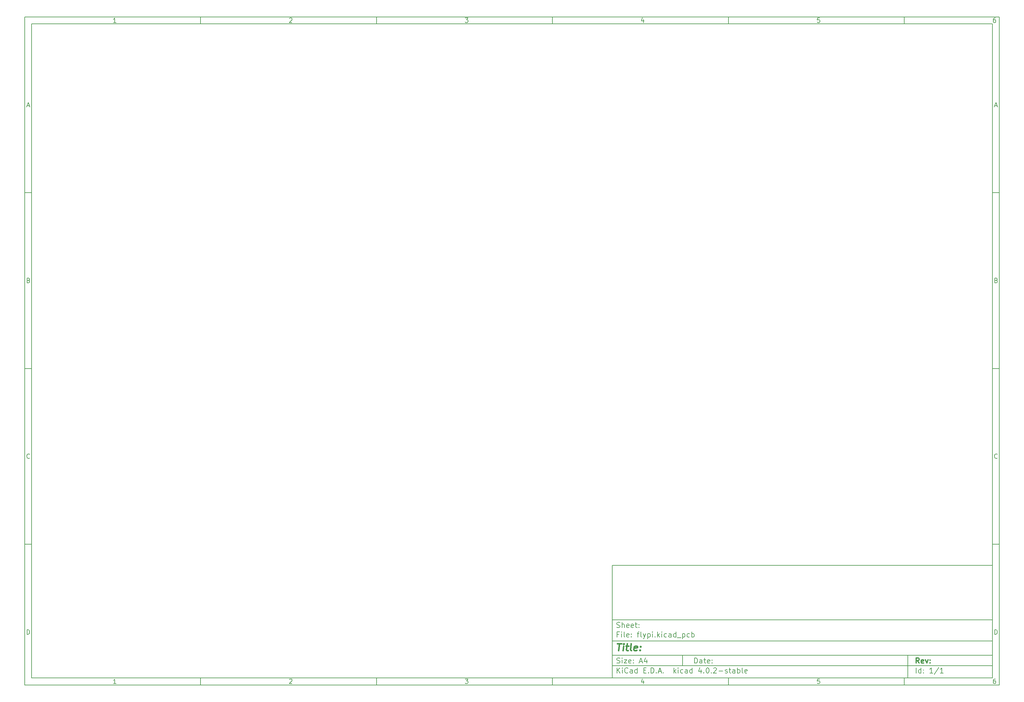
<source format=gbr>
G04 #@! TF.FileFunction,Drawing*
%FSLAX46Y46*%
G04 Gerber Fmt 4.6, Leading zero omitted, Abs format (unit mm)*
G04 Created by KiCad (PCBNEW 4.0.2-stable) date 08/03/2018 17:23:02*
%MOMM*%
G01*
G04 APERTURE LIST*
%ADD10C,0.100000*%
%ADD11C,0.150000*%
%ADD12C,0.300000*%
%ADD13C,0.400000*%
G04 APERTURE END LIST*
D10*
D11*
X177002200Y-166007200D02*
X177002200Y-198007200D01*
X285002200Y-198007200D01*
X285002200Y-166007200D01*
X177002200Y-166007200D01*
D10*
D11*
X10000000Y-10000000D02*
X10000000Y-200007200D01*
X287002200Y-200007200D01*
X287002200Y-10000000D01*
X10000000Y-10000000D01*
D10*
D11*
X12000000Y-12000000D02*
X12000000Y-198007200D01*
X285002200Y-198007200D01*
X285002200Y-12000000D01*
X12000000Y-12000000D01*
D10*
D11*
X60000000Y-12000000D02*
X60000000Y-10000000D01*
D10*
D11*
X110000000Y-12000000D02*
X110000000Y-10000000D01*
D10*
D11*
X160000000Y-12000000D02*
X160000000Y-10000000D01*
D10*
D11*
X210000000Y-12000000D02*
X210000000Y-10000000D01*
D10*
D11*
X260000000Y-12000000D02*
X260000000Y-10000000D01*
D10*
D11*
X35990476Y-11588095D02*
X35247619Y-11588095D01*
X35619048Y-11588095D02*
X35619048Y-10288095D01*
X35495238Y-10473810D01*
X35371429Y-10597619D01*
X35247619Y-10659524D01*
D10*
D11*
X85247619Y-10411905D02*
X85309524Y-10350000D01*
X85433333Y-10288095D01*
X85742857Y-10288095D01*
X85866667Y-10350000D01*
X85928571Y-10411905D01*
X85990476Y-10535714D01*
X85990476Y-10659524D01*
X85928571Y-10845238D01*
X85185714Y-11588095D01*
X85990476Y-11588095D01*
D10*
D11*
X135185714Y-10288095D02*
X135990476Y-10288095D01*
X135557143Y-10783333D01*
X135742857Y-10783333D01*
X135866667Y-10845238D01*
X135928571Y-10907143D01*
X135990476Y-11030952D01*
X135990476Y-11340476D01*
X135928571Y-11464286D01*
X135866667Y-11526190D01*
X135742857Y-11588095D01*
X135371429Y-11588095D01*
X135247619Y-11526190D01*
X135185714Y-11464286D01*
D10*
D11*
X185866667Y-10721429D02*
X185866667Y-11588095D01*
X185557143Y-10226190D02*
X185247619Y-11154762D01*
X186052381Y-11154762D01*
D10*
D11*
X235928571Y-10288095D02*
X235309524Y-10288095D01*
X235247619Y-10907143D01*
X235309524Y-10845238D01*
X235433333Y-10783333D01*
X235742857Y-10783333D01*
X235866667Y-10845238D01*
X235928571Y-10907143D01*
X235990476Y-11030952D01*
X235990476Y-11340476D01*
X235928571Y-11464286D01*
X235866667Y-11526190D01*
X235742857Y-11588095D01*
X235433333Y-11588095D01*
X235309524Y-11526190D01*
X235247619Y-11464286D01*
D10*
D11*
X285866667Y-10288095D02*
X285619048Y-10288095D01*
X285495238Y-10350000D01*
X285433333Y-10411905D01*
X285309524Y-10597619D01*
X285247619Y-10845238D01*
X285247619Y-11340476D01*
X285309524Y-11464286D01*
X285371429Y-11526190D01*
X285495238Y-11588095D01*
X285742857Y-11588095D01*
X285866667Y-11526190D01*
X285928571Y-11464286D01*
X285990476Y-11340476D01*
X285990476Y-11030952D01*
X285928571Y-10907143D01*
X285866667Y-10845238D01*
X285742857Y-10783333D01*
X285495238Y-10783333D01*
X285371429Y-10845238D01*
X285309524Y-10907143D01*
X285247619Y-11030952D01*
D10*
D11*
X60000000Y-198007200D02*
X60000000Y-200007200D01*
D10*
D11*
X110000000Y-198007200D02*
X110000000Y-200007200D01*
D10*
D11*
X160000000Y-198007200D02*
X160000000Y-200007200D01*
D10*
D11*
X210000000Y-198007200D02*
X210000000Y-200007200D01*
D10*
D11*
X260000000Y-198007200D02*
X260000000Y-200007200D01*
D10*
D11*
X35990476Y-199595295D02*
X35247619Y-199595295D01*
X35619048Y-199595295D02*
X35619048Y-198295295D01*
X35495238Y-198481010D01*
X35371429Y-198604819D01*
X35247619Y-198666724D01*
D10*
D11*
X85247619Y-198419105D02*
X85309524Y-198357200D01*
X85433333Y-198295295D01*
X85742857Y-198295295D01*
X85866667Y-198357200D01*
X85928571Y-198419105D01*
X85990476Y-198542914D01*
X85990476Y-198666724D01*
X85928571Y-198852438D01*
X85185714Y-199595295D01*
X85990476Y-199595295D01*
D10*
D11*
X135185714Y-198295295D02*
X135990476Y-198295295D01*
X135557143Y-198790533D01*
X135742857Y-198790533D01*
X135866667Y-198852438D01*
X135928571Y-198914343D01*
X135990476Y-199038152D01*
X135990476Y-199347676D01*
X135928571Y-199471486D01*
X135866667Y-199533390D01*
X135742857Y-199595295D01*
X135371429Y-199595295D01*
X135247619Y-199533390D01*
X135185714Y-199471486D01*
D10*
D11*
X185866667Y-198728629D02*
X185866667Y-199595295D01*
X185557143Y-198233390D02*
X185247619Y-199161962D01*
X186052381Y-199161962D01*
D10*
D11*
X235928571Y-198295295D02*
X235309524Y-198295295D01*
X235247619Y-198914343D01*
X235309524Y-198852438D01*
X235433333Y-198790533D01*
X235742857Y-198790533D01*
X235866667Y-198852438D01*
X235928571Y-198914343D01*
X235990476Y-199038152D01*
X235990476Y-199347676D01*
X235928571Y-199471486D01*
X235866667Y-199533390D01*
X235742857Y-199595295D01*
X235433333Y-199595295D01*
X235309524Y-199533390D01*
X235247619Y-199471486D01*
D10*
D11*
X285866667Y-198295295D02*
X285619048Y-198295295D01*
X285495238Y-198357200D01*
X285433333Y-198419105D01*
X285309524Y-198604819D01*
X285247619Y-198852438D01*
X285247619Y-199347676D01*
X285309524Y-199471486D01*
X285371429Y-199533390D01*
X285495238Y-199595295D01*
X285742857Y-199595295D01*
X285866667Y-199533390D01*
X285928571Y-199471486D01*
X285990476Y-199347676D01*
X285990476Y-199038152D01*
X285928571Y-198914343D01*
X285866667Y-198852438D01*
X285742857Y-198790533D01*
X285495238Y-198790533D01*
X285371429Y-198852438D01*
X285309524Y-198914343D01*
X285247619Y-199038152D01*
D10*
D11*
X10000000Y-60000000D02*
X12000000Y-60000000D01*
D10*
D11*
X10000000Y-110000000D02*
X12000000Y-110000000D01*
D10*
D11*
X10000000Y-160000000D02*
X12000000Y-160000000D01*
D10*
D11*
X10690476Y-35216667D02*
X11309524Y-35216667D01*
X10566667Y-35588095D02*
X11000000Y-34288095D01*
X11433333Y-35588095D01*
D10*
D11*
X11092857Y-84907143D02*
X11278571Y-84969048D01*
X11340476Y-85030952D01*
X11402381Y-85154762D01*
X11402381Y-85340476D01*
X11340476Y-85464286D01*
X11278571Y-85526190D01*
X11154762Y-85588095D01*
X10659524Y-85588095D01*
X10659524Y-84288095D01*
X11092857Y-84288095D01*
X11216667Y-84350000D01*
X11278571Y-84411905D01*
X11340476Y-84535714D01*
X11340476Y-84659524D01*
X11278571Y-84783333D01*
X11216667Y-84845238D01*
X11092857Y-84907143D01*
X10659524Y-84907143D01*
D10*
D11*
X11402381Y-135464286D02*
X11340476Y-135526190D01*
X11154762Y-135588095D01*
X11030952Y-135588095D01*
X10845238Y-135526190D01*
X10721429Y-135402381D01*
X10659524Y-135278571D01*
X10597619Y-135030952D01*
X10597619Y-134845238D01*
X10659524Y-134597619D01*
X10721429Y-134473810D01*
X10845238Y-134350000D01*
X11030952Y-134288095D01*
X11154762Y-134288095D01*
X11340476Y-134350000D01*
X11402381Y-134411905D01*
D10*
D11*
X10659524Y-185588095D02*
X10659524Y-184288095D01*
X10969048Y-184288095D01*
X11154762Y-184350000D01*
X11278571Y-184473810D01*
X11340476Y-184597619D01*
X11402381Y-184845238D01*
X11402381Y-185030952D01*
X11340476Y-185278571D01*
X11278571Y-185402381D01*
X11154762Y-185526190D01*
X10969048Y-185588095D01*
X10659524Y-185588095D01*
D10*
D11*
X287002200Y-60000000D02*
X285002200Y-60000000D01*
D10*
D11*
X287002200Y-110000000D02*
X285002200Y-110000000D01*
D10*
D11*
X287002200Y-160000000D02*
X285002200Y-160000000D01*
D10*
D11*
X285692676Y-35216667D02*
X286311724Y-35216667D01*
X285568867Y-35588095D02*
X286002200Y-34288095D01*
X286435533Y-35588095D01*
D10*
D11*
X286095057Y-84907143D02*
X286280771Y-84969048D01*
X286342676Y-85030952D01*
X286404581Y-85154762D01*
X286404581Y-85340476D01*
X286342676Y-85464286D01*
X286280771Y-85526190D01*
X286156962Y-85588095D01*
X285661724Y-85588095D01*
X285661724Y-84288095D01*
X286095057Y-84288095D01*
X286218867Y-84350000D01*
X286280771Y-84411905D01*
X286342676Y-84535714D01*
X286342676Y-84659524D01*
X286280771Y-84783333D01*
X286218867Y-84845238D01*
X286095057Y-84907143D01*
X285661724Y-84907143D01*
D10*
D11*
X286404581Y-135464286D02*
X286342676Y-135526190D01*
X286156962Y-135588095D01*
X286033152Y-135588095D01*
X285847438Y-135526190D01*
X285723629Y-135402381D01*
X285661724Y-135278571D01*
X285599819Y-135030952D01*
X285599819Y-134845238D01*
X285661724Y-134597619D01*
X285723629Y-134473810D01*
X285847438Y-134350000D01*
X286033152Y-134288095D01*
X286156962Y-134288095D01*
X286342676Y-134350000D01*
X286404581Y-134411905D01*
D10*
D11*
X285661724Y-185588095D02*
X285661724Y-184288095D01*
X285971248Y-184288095D01*
X286156962Y-184350000D01*
X286280771Y-184473810D01*
X286342676Y-184597619D01*
X286404581Y-184845238D01*
X286404581Y-185030952D01*
X286342676Y-185278571D01*
X286280771Y-185402381D01*
X286156962Y-185526190D01*
X285971248Y-185588095D01*
X285661724Y-185588095D01*
D10*
D11*
X200359343Y-193785771D02*
X200359343Y-192285771D01*
X200716486Y-192285771D01*
X200930771Y-192357200D01*
X201073629Y-192500057D01*
X201145057Y-192642914D01*
X201216486Y-192928629D01*
X201216486Y-193142914D01*
X201145057Y-193428629D01*
X201073629Y-193571486D01*
X200930771Y-193714343D01*
X200716486Y-193785771D01*
X200359343Y-193785771D01*
X202502200Y-193785771D02*
X202502200Y-193000057D01*
X202430771Y-192857200D01*
X202287914Y-192785771D01*
X202002200Y-192785771D01*
X201859343Y-192857200D01*
X202502200Y-193714343D02*
X202359343Y-193785771D01*
X202002200Y-193785771D01*
X201859343Y-193714343D01*
X201787914Y-193571486D01*
X201787914Y-193428629D01*
X201859343Y-193285771D01*
X202002200Y-193214343D01*
X202359343Y-193214343D01*
X202502200Y-193142914D01*
X203002200Y-192785771D02*
X203573629Y-192785771D01*
X203216486Y-192285771D02*
X203216486Y-193571486D01*
X203287914Y-193714343D01*
X203430772Y-193785771D01*
X203573629Y-193785771D01*
X204645057Y-193714343D02*
X204502200Y-193785771D01*
X204216486Y-193785771D01*
X204073629Y-193714343D01*
X204002200Y-193571486D01*
X204002200Y-193000057D01*
X204073629Y-192857200D01*
X204216486Y-192785771D01*
X204502200Y-192785771D01*
X204645057Y-192857200D01*
X204716486Y-193000057D01*
X204716486Y-193142914D01*
X204002200Y-193285771D01*
X205359343Y-193642914D02*
X205430771Y-193714343D01*
X205359343Y-193785771D01*
X205287914Y-193714343D01*
X205359343Y-193642914D01*
X205359343Y-193785771D01*
X205359343Y-192857200D02*
X205430771Y-192928629D01*
X205359343Y-193000057D01*
X205287914Y-192928629D01*
X205359343Y-192857200D01*
X205359343Y-193000057D01*
D10*
D11*
X177002200Y-194507200D02*
X285002200Y-194507200D01*
D10*
D11*
X178359343Y-196585771D02*
X178359343Y-195085771D01*
X179216486Y-196585771D02*
X178573629Y-195728629D01*
X179216486Y-195085771D02*
X178359343Y-195942914D01*
X179859343Y-196585771D02*
X179859343Y-195585771D01*
X179859343Y-195085771D02*
X179787914Y-195157200D01*
X179859343Y-195228629D01*
X179930771Y-195157200D01*
X179859343Y-195085771D01*
X179859343Y-195228629D01*
X181430772Y-196442914D02*
X181359343Y-196514343D01*
X181145057Y-196585771D01*
X181002200Y-196585771D01*
X180787915Y-196514343D01*
X180645057Y-196371486D01*
X180573629Y-196228629D01*
X180502200Y-195942914D01*
X180502200Y-195728629D01*
X180573629Y-195442914D01*
X180645057Y-195300057D01*
X180787915Y-195157200D01*
X181002200Y-195085771D01*
X181145057Y-195085771D01*
X181359343Y-195157200D01*
X181430772Y-195228629D01*
X182716486Y-196585771D02*
X182716486Y-195800057D01*
X182645057Y-195657200D01*
X182502200Y-195585771D01*
X182216486Y-195585771D01*
X182073629Y-195657200D01*
X182716486Y-196514343D02*
X182573629Y-196585771D01*
X182216486Y-196585771D01*
X182073629Y-196514343D01*
X182002200Y-196371486D01*
X182002200Y-196228629D01*
X182073629Y-196085771D01*
X182216486Y-196014343D01*
X182573629Y-196014343D01*
X182716486Y-195942914D01*
X184073629Y-196585771D02*
X184073629Y-195085771D01*
X184073629Y-196514343D02*
X183930772Y-196585771D01*
X183645058Y-196585771D01*
X183502200Y-196514343D01*
X183430772Y-196442914D01*
X183359343Y-196300057D01*
X183359343Y-195871486D01*
X183430772Y-195728629D01*
X183502200Y-195657200D01*
X183645058Y-195585771D01*
X183930772Y-195585771D01*
X184073629Y-195657200D01*
X185930772Y-195800057D02*
X186430772Y-195800057D01*
X186645058Y-196585771D02*
X185930772Y-196585771D01*
X185930772Y-195085771D01*
X186645058Y-195085771D01*
X187287915Y-196442914D02*
X187359343Y-196514343D01*
X187287915Y-196585771D01*
X187216486Y-196514343D01*
X187287915Y-196442914D01*
X187287915Y-196585771D01*
X188002201Y-196585771D02*
X188002201Y-195085771D01*
X188359344Y-195085771D01*
X188573629Y-195157200D01*
X188716487Y-195300057D01*
X188787915Y-195442914D01*
X188859344Y-195728629D01*
X188859344Y-195942914D01*
X188787915Y-196228629D01*
X188716487Y-196371486D01*
X188573629Y-196514343D01*
X188359344Y-196585771D01*
X188002201Y-196585771D01*
X189502201Y-196442914D02*
X189573629Y-196514343D01*
X189502201Y-196585771D01*
X189430772Y-196514343D01*
X189502201Y-196442914D01*
X189502201Y-196585771D01*
X190145058Y-196157200D02*
X190859344Y-196157200D01*
X190002201Y-196585771D02*
X190502201Y-195085771D01*
X191002201Y-196585771D01*
X191502201Y-196442914D02*
X191573629Y-196514343D01*
X191502201Y-196585771D01*
X191430772Y-196514343D01*
X191502201Y-196442914D01*
X191502201Y-196585771D01*
X194502201Y-196585771D02*
X194502201Y-195085771D01*
X194645058Y-196014343D02*
X195073629Y-196585771D01*
X195073629Y-195585771D02*
X194502201Y-196157200D01*
X195716487Y-196585771D02*
X195716487Y-195585771D01*
X195716487Y-195085771D02*
X195645058Y-195157200D01*
X195716487Y-195228629D01*
X195787915Y-195157200D01*
X195716487Y-195085771D01*
X195716487Y-195228629D01*
X197073630Y-196514343D02*
X196930773Y-196585771D01*
X196645059Y-196585771D01*
X196502201Y-196514343D01*
X196430773Y-196442914D01*
X196359344Y-196300057D01*
X196359344Y-195871486D01*
X196430773Y-195728629D01*
X196502201Y-195657200D01*
X196645059Y-195585771D01*
X196930773Y-195585771D01*
X197073630Y-195657200D01*
X198359344Y-196585771D02*
X198359344Y-195800057D01*
X198287915Y-195657200D01*
X198145058Y-195585771D01*
X197859344Y-195585771D01*
X197716487Y-195657200D01*
X198359344Y-196514343D02*
X198216487Y-196585771D01*
X197859344Y-196585771D01*
X197716487Y-196514343D01*
X197645058Y-196371486D01*
X197645058Y-196228629D01*
X197716487Y-196085771D01*
X197859344Y-196014343D01*
X198216487Y-196014343D01*
X198359344Y-195942914D01*
X199716487Y-196585771D02*
X199716487Y-195085771D01*
X199716487Y-196514343D02*
X199573630Y-196585771D01*
X199287916Y-196585771D01*
X199145058Y-196514343D01*
X199073630Y-196442914D01*
X199002201Y-196300057D01*
X199002201Y-195871486D01*
X199073630Y-195728629D01*
X199145058Y-195657200D01*
X199287916Y-195585771D01*
X199573630Y-195585771D01*
X199716487Y-195657200D01*
X202216487Y-195585771D02*
X202216487Y-196585771D01*
X201859344Y-195014343D02*
X201502201Y-196085771D01*
X202430773Y-196085771D01*
X203002201Y-196442914D02*
X203073629Y-196514343D01*
X203002201Y-196585771D01*
X202930772Y-196514343D01*
X203002201Y-196442914D01*
X203002201Y-196585771D01*
X204002201Y-195085771D02*
X204145058Y-195085771D01*
X204287915Y-195157200D01*
X204359344Y-195228629D01*
X204430773Y-195371486D01*
X204502201Y-195657200D01*
X204502201Y-196014343D01*
X204430773Y-196300057D01*
X204359344Y-196442914D01*
X204287915Y-196514343D01*
X204145058Y-196585771D01*
X204002201Y-196585771D01*
X203859344Y-196514343D01*
X203787915Y-196442914D01*
X203716487Y-196300057D01*
X203645058Y-196014343D01*
X203645058Y-195657200D01*
X203716487Y-195371486D01*
X203787915Y-195228629D01*
X203859344Y-195157200D01*
X204002201Y-195085771D01*
X205145058Y-196442914D02*
X205216486Y-196514343D01*
X205145058Y-196585771D01*
X205073629Y-196514343D01*
X205145058Y-196442914D01*
X205145058Y-196585771D01*
X205787915Y-195228629D02*
X205859344Y-195157200D01*
X206002201Y-195085771D01*
X206359344Y-195085771D01*
X206502201Y-195157200D01*
X206573630Y-195228629D01*
X206645058Y-195371486D01*
X206645058Y-195514343D01*
X206573630Y-195728629D01*
X205716487Y-196585771D01*
X206645058Y-196585771D01*
X207287915Y-196014343D02*
X208430772Y-196014343D01*
X209073629Y-196514343D02*
X209216486Y-196585771D01*
X209502201Y-196585771D01*
X209645058Y-196514343D01*
X209716486Y-196371486D01*
X209716486Y-196300057D01*
X209645058Y-196157200D01*
X209502201Y-196085771D01*
X209287915Y-196085771D01*
X209145058Y-196014343D01*
X209073629Y-195871486D01*
X209073629Y-195800057D01*
X209145058Y-195657200D01*
X209287915Y-195585771D01*
X209502201Y-195585771D01*
X209645058Y-195657200D01*
X210145058Y-195585771D02*
X210716487Y-195585771D01*
X210359344Y-195085771D02*
X210359344Y-196371486D01*
X210430772Y-196514343D01*
X210573630Y-196585771D01*
X210716487Y-196585771D01*
X211859344Y-196585771D02*
X211859344Y-195800057D01*
X211787915Y-195657200D01*
X211645058Y-195585771D01*
X211359344Y-195585771D01*
X211216487Y-195657200D01*
X211859344Y-196514343D02*
X211716487Y-196585771D01*
X211359344Y-196585771D01*
X211216487Y-196514343D01*
X211145058Y-196371486D01*
X211145058Y-196228629D01*
X211216487Y-196085771D01*
X211359344Y-196014343D01*
X211716487Y-196014343D01*
X211859344Y-195942914D01*
X212573630Y-196585771D02*
X212573630Y-195085771D01*
X212573630Y-195657200D02*
X212716487Y-195585771D01*
X213002201Y-195585771D01*
X213145058Y-195657200D01*
X213216487Y-195728629D01*
X213287916Y-195871486D01*
X213287916Y-196300057D01*
X213216487Y-196442914D01*
X213145058Y-196514343D01*
X213002201Y-196585771D01*
X212716487Y-196585771D01*
X212573630Y-196514343D01*
X214145059Y-196585771D02*
X214002201Y-196514343D01*
X213930773Y-196371486D01*
X213930773Y-195085771D01*
X215287915Y-196514343D02*
X215145058Y-196585771D01*
X214859344Y-196585771D01*
X214716487Y-196514343D01*
X214645058Y-196371486D01*
X214645058Y-195800057D01*
X214716487Y-195657200D01*
X214859344Y-195585771D01*
X215145058Y-195585771D01*
X215287915Y-195657200D01*
X215359344Y-195800057D01*
X215359344Y-195942914D01*
X214645058Y-196085771D01*
D10*
D11*
X177002200Y-191507200D02*
X285002200Y-191507200D01*
D10*
D12*
X264216486Y-193785771D02*
X263716486Y-193071486D01*
X263359343Y-193785771D02*
X263359343Y-192285771D01*
X263930771Y-192285771D01*
X264073629Y-192357200D01*
X264145057Y-192428629D01*
X264216486Y-192571486D01*
X264216486Y-192785771D01*
X264145057Y-192928629D01*
X264073629Y-193000057D01*
X263930771Y-193071486D01*
X263359343Y-193071486D01*
X265430771Y-193714343D02*
X265287914Y-193785771D01*
X265002200Y-193785771D01*
X264859343Y-193714343D01*
X264787914Y-193571486D01*
X264787914Y-193000057D01*
X264859343Y-192857200D01*
X265002200Y-192785771D01*
X265287914Y-192785771D01*
X265430771Y-192857200D01*
X265502200Y-193000057D01*
X265502200Y-193142914D01*
X264787914Y-193285771D01*
X266002200Y-192785771D02*
X266359343Y-193785771D01*
X266716485Y-192785771D01*
X267287914Y-193642914D02*
X267359342Y-193714343D01*
X267287914Y-193785771D01*
X267216485Y-193714343D01*
X267287914Y-193642914D01*
X267287914Y-193785771D01*
X267287914Y-192857200D02*
X267359342Y-192928629D01*
X267287914Y-193000057D01*
X267216485Y-192928629D01*
X267287914Y-192857200D01*
X267287914Y-193000057D01*
D10*
D11*
X178287914Y-193714343D02*
X178502200Y-193785771D01*
X178859343Y-193785771D01*
X179002200Y-193714343D01*
X179073629Y-193642914D01*
X179145057Y-193500057D01*
X179145057Y-193357200D01*
X179073629Y-193214343D01*
X179002200Y-193142914D01*
X178859343Y-193071486D01*
X178573629Y-193000057D01*
X178430771Y-192928629D01*
X178359343Y-192857200D01*
X178287914Y-192714343D01*
X178287914Y-192571486D01*
X178359343Y-192428629D01*
X178430771Y-192357200D01*
X178573629Y-192285771D01*
X178930771Y-192285771D01*
X179145057Y-192357200D01*
X179787914Y-193785771D02*
X179787914Y-192785771D01*
X179787914Y-192285771D02*
X179716485Y-192357200D01*
X179787914Y-192428629D01*
X179859342Y-192357200D01*
X179787914Y-192285771D01*
X179787914Y-192428629D01*
X180359343Y-192785771D02*
X181145057Y-192785771D01*
X180359343Y-193785771D01*
X181145057Y-193785771D01*
X182287914Y-193714343D02*
X182145057Y-193785771D01*
X181859343Y-193785771D01*
X181716486Y-193714343D01*
X181645057Y-193571486D01*
X181645057Y-193000057D01*
X181716486Y-192857200D01*
X181859343Y-192785771D01*
X182145057Y-192785771D01*
X182287914Y-192857200D01*
X182359343Y-193000057D01*
X182359343Y-193142914D01*
X181645057Y-193285771D01*
X183002200Y-193642914D02*
X183073628Y-193714343D01*
X183002200Y-193785771D01*
X182930771Y-193714343D01*
X183002200Y-193642914D01*
X183002200Y-193785771D01*
X183002200Y-192857200D02*
X183073628Y-192928629D01*
X183002200Y-193000057D01*
X182930771Y-192928629D01*
X183002200Y-192857200D01*
X183002200Y-193000057D01*
X184787914Y-193357200D02*
X185502200Y-193357200D01*
X184645057Y-193785771D02*
X185145057Y-192285771D01*
X185645057Y-193785771D01*
X186787914Y-192785771D02*
X186787914Y-193785771D01*
X186430771Y-192214343D02*
X186073628Y-193285771D01*
X187002200Y-193285771D01*
D10*
D11*
X263359343Y-196585771D02*
X263359343Y-195085771D01*
X264716486Y-196585771D02*
X264716486Y-195085771D01*
X264716486Y-196514343D02*
X264573629Y-196585771D01*
X264287915Y-196585771D01*
X264145057Y-196514343D01*
X264073629Y-196442914D01*
X264002200Y-196300057D01*
X264002200Y-195871486D01*
X264073629Y-195728629D01*
X264145057Y-195657200D01*
X264287915Y-195585771D01*
X264573629Y-195585771D01*
X264716486Y-195657200D01*
X265430772Y-196442914D02*
X265502200Y-196514343D01*
X265430772Y-196585771D01*
X265359343Y-196514343D01*
X265430772Y-196442914D01*
X265430772Y-196585771D01*
X265430772Y-195657200D02*
X265502200Y-195728629D01*
X265430772Y-195800057D01*
X265359343Y-195728629D01*
X265430772Y-195657200D01*
X265430772Y-195800057D01*
X268073629Y-196585771D02*
X267216486Y-196585771D01*
X267645058Y-196585771D02*
X267645058Y-195085771D01*
X267502201Y-195300057D01*
X267359343Y-195442914D01*
X267216486Y-195514343D01*
X269787914Y-195014343D02*
X268502200Y-196942914D01*
X271073629Y-196585771D02*
X270216486Y-196585771D01*
X270645058Y-196585771D02*
X270645058Y-195085771D01*
X270502201Y-195300057D01*
X270359343Y-195442914D01*
X270216486Y-195514343D01*
D10*
D11*
X177002200Y-187507200D02*
X285002200Y-187507200D01*
D10*
D13*
X178454581Y-188211962D02*
X179597438Y-188211962D01*
X178776010Y-190211962D02*
X179026010Y-188211962D01*
X180014105Y-190211962D02*
X180180771Y-188878629D01*
X180264105Y-188211962D02*
X180156962Y-188307200D01*
X180240295Y-188402438D01*
X180347439Y-188307200D01*
X180264105Y-188211962D01*
X180240295Y-188402438D01*
X180847438Y-188878629D02*
X181609343Y-188878629D01*
X181216486Y-188211962D02*
X181002200Y-189926248D01*
X181073630Y-190116724D01*
X181252201Y-190211962D01*
X181442677Y-190211962D01*
X182395058Y-190211962D02*
X182216487Y-190116724D01*
X182145057Y-189926248D01*
X182359343Y-188211962D01*
X183930772Y-190116724D02*
X183728391Y-190211962D01*
X183347439Y-190211962D01*
X183168867Y-190116724D01*
X183097438Y-189926248D01*
X183192676Y-189164343D01*
X183311724Y-188973867D01*
X183514105Y-188878629D01*
X183895057Y-188878629D01*
X184073629Y-188973867D01*
X184145057Y-189164343D01*
X184121248Y-189354819D01*
X183145057Y-189545295D01*
X184895057Y-190021486D02*
X184978392Y-190116724D01*
X184871248Y-190211962D01*
X184787915Y-190116724D01*
X184895057Y-190021486D01*
X184871248Y-190211962D01*
X185026010Y-188973867D02*
X185109344Y-189069105D01*
X185002200Y-189164343D01*
X184918867Y-189069105D01*
X185026010Y-188973867D01*
X185002200Y-189164343D01*
D10*
D11*
X178859343Y-185600057D02*
X178359343Y-185600057D01*
X178359343Y-186385771D02*
X178359343Y-184885771D01*
X179073629Y-184885771D01*
X179645057Y-186385771D02*
X179645057Y-185385771D01*
X179645057Y-184885771D02*
X179573628Y-184957200D01*
X179645057Y-185028629D01*
X179716485Y-184957200D01*
X179645057Y-184885771D01*
X179645057Y-185028629D01*
X180573629Y-186385771D02*
X180430771Y-186314343D01*
X180359343Y-186171486D01*
X180359343Y-184885771D01*
X181716485Y-186314343D02*
X181573628Y-186385771D01*
X181287914Y-186385771D01*
X181145057Y-186314343D01*
X181073628Y-186171486D01*
X181073628Y-185600057D01*
X181145057Y-185457200D01*
X181287914Y-185385771D01*
X181573628Y-185385771D01*
X181716485Y-185457200D01*
X181787914Y-185600057D01*
X181787914Y-185742914D01*
X181073628Y-185885771D01*
X182430771Y-186242914D02*
X182502199Y-186314343D01*
X182430771Y-186385771D01*
X182359342Y-186314343D01*
X182430771Y-186242914D01*
X182430771Y-186385771D01*
X182430771Y-185457200D02*
X182502199Y-185528629D01*
X182430771Y-185600057D01*
X182359342Y-185528629D01*
X182430771Y-185457200D01*
X182430771Y-185600057D01*
X184073628Y-185385771D02*
X184645057Y-185385771D01*
X184287914Y-186385771D02*
X184287914Y-185100057D01*
X184359342Y-184957200D01*
X184502200Y-184885771D01*
X184645057Y-184885771D01*
X185359343Y-186385771D02*
X185216485Y-186314343D01*
X185145057Y-186171486D01*
X185145057Y-184885771D01*
X185787914Y-185385771D02*
X186145057Y-186385771D01*
X186502199Y-185385771D02*
X186145057Y-186385771D01*
X186002199Y-186742914D01*
X185930771Y-186814343D01*
X185787914Y-186885771D01*
X187073628Y-185385771D02*
X187073628Y-186885771D01*
X187073628Y-185457200D02*
X187216485Y-185385771D01*
X187502199Y-185385771D01*
X187645056Y-185457200D01*
X187716485Y-185528629D01*
X187787914Y-185671486D01*
X187787914Y-186100057D01*
X187716485Y-186242914D01*
X187645056Y-186314343D01*
X187502199Y-186385771D01*
X187216485Y-186385771D01*
X187073628Y-186314343D01*
X188430771Y-186385771D02*
X188430771Y-185385771D01*
X188430771Y-184885771D02*
X188359342Y-184957200D01*
X188430771Y-185028629D01*
X188502199Y-184957200D01*
X188430771Y-184885771D01*
X188430771Y-185028629D01*
X189145057Y-186242914D02*
X189216485Y-186314343D01*
X189145057Y-186385771D01*
X189073628Y-186314343D01*
X189145057Y-186242914D01*
X189145057Y-186385771D01*
X189859343Y-186385771D02*
X189859343Y-184885771D01*
X190002200Y-185814343D02*
X190430771Y-186385771D01*
X190430771Y-185385771D02*
X189859343Y-185957200D01*
X191073629Y-186385771D02*
X191073629Y-185385771D01*
X191073629Y-184885771D02*
X191002200Y-184957200D01*
X191073629Y-185028629D01*
X191145057Y-184957200D01*
X191073629Y-184885771D01*
X191073629Y-185028629D01*
X192430772Y-186314343D02*
X192287915Y-186385771D01*
X192002201Y-186385771D01*
X191859343Y-186314343D01*
X191787915Y-186242914D01*
X191716486Y-186100057D01*
X191716486Y-185671486D01*
X191787915Y-185528629D01*
X191859343Y-185457200D01*
X192002201Y-185385771D01*
X192287915Y-185385771D01*
X192430772Y-185457200D01*
X193716486Y-186385771D02*
X193716486Y-185600057D01*
X193645057Y-185457200D01*
X193502200Y-185385771D01*
X193216486Y-185385771D01*
X193073629Y-185457200D01*
X193716486Y-186314343D02*
X193573629Y-186385771D01*
X193216486Y-186385771D01*
X193073629Y-186314343D01*
X193002200Y-186171486D01*
X193002200Y-186028629D01*
X193073629Y-185885771D01*
X193216486Y-185814343D01*
X193573629Y-185814343D01*
X193716486Y-185742914D01*
X195073629Y-186385771D02*
X195073629Y-184885771D01*
X195073629Y-186314343D02*
X194930772Y-186385771D01*
X194645058Y-186385771D01*
X194502200Y-186314343D01*
X194430772Y-186242914D01*
X194359343Y-186100057D01*
X194359343Y-185671486D01*
X194430772Y-185528629D01*
X194502200Y-185457200D01*
X194645058Y-185385771D01*
X194930772Y-185385771D01*
X195073629Y-185457200D01*
X195430772Y-186528629D02*
X196573629Y-186528629D01*
X196930772Y-185385771D02*
X196930772Y-186885771D01*
X196930772Y-185457200D02*
X197073629Y-185385771D01*
X197359343Y-185385771D01*
X197502200Y-185457200D01*
X197573629Y-185528629D01*
X197645058Y-185671486D01*
X197645058Y-186100057D01*
X197573629Y-186242914D01*
X197502200Y-186314343D01*
X197359343Y-186385771D01*
X197073629Y-186385771D01*
X196930772Y-186314343D01*
X198930772Y-186314343D02*
X198787915Y-186385771D01*
X198502201Y-186385771D01*
X198359343Y-186314343D01*
X198287915Y-186242914D01*
X198216486Y-186100057D01*
X198216486Y-185671486D01*
X198287915Y-185528629D01*
X198359343Y-185457200D01*
X198502201Y-185385771D01*
X198787915Y-185385771D01*
X198930772Y-185457200D01*
X199573629Y-186385771D02*
X199573629Y-184885771D01*
X199573629Y-185457200D02*
X199716486Y-185385771D01*
X200002200Y-185385771D01*
X200145057Y-185457200D01*
X200216486Y-185528629D01*
X200287915Y-185671486D01*
X200287915Y-186100057D01*
X200216486Y-186242914D01*
X200145057Y-186314343D01*
X200002200Y-186385771D01*
X199716486Y-186385771D01*
X199573629Y-186314343D01*
D10*
D11*
X177002200Y-181507200D02*
X285002200Y-181507200D01*
D10*
D11*
X178287914Y-183614343D02*
X178502200Y-183685771D01*
X178859343Y-183685771D01*
X179002200Y-183614343D01*
X179073629Y-183542914D01*
X179145057Y-183400057D01*
X179145057Y-183257200D01*
X179073629Y-183114343D01*
X179002200Y-183042914D01*
X178859343Y-182971486D01*
X178573629Y-182900057D01*
X178430771Y-182828629D01*
X178359343Y-182757200D01*
X178287914Y-182614343D01*
X178287914Y-182471486D01*
X178359343Y-182328629D01*
X178430771Y-182257200D01*
X178573629Y-182185771D01*
X178930771Y-182185771D01*
X179145057Y-182257200D01*
X179787914Y-183685771D02*
X179787914Y-182185771D01*
X180430771Y-183685771D02*
X180430771Y-182900057D01*
X180359342Y-182757200D01*
X180216485Y-182685771D01*
X180002200Y-182685771D01*
X179859342Y-182757200D01*
X179787914Y-182828629D01*
X181716485Y-183614343D02*
X181573628Y-183685771D01*
X181287914Y-183685771D01*
X181145057Y-183614343D01*
X181073628Y-183471486D01*
X181073628Y-182900057D01*
X181145057Y-182757200D01*
X181287914Y-182685771D01*
X181573628Y-182685771D01*
X181716485Y-182757200D01*
X181787914Y-182900057D01*
X181787914Y-183042914D01*
X181073628Y-183185771D01*
X183002199Y-183614343D02*
X182859342Y-183685771D01*
X182573628Y-183685771D01*
X182430771Y-183614343D01*
X182359342Y-183471486D01*
X182359342Y-182900057D01*
X182430771Y-182757200D01*
X182573628Y-182685771D01*
X182859342Y-182685771D01*
X183002199Y-182757200D01*
X183073628Y-182900057D01*
X183073628Y-183042914D01*
X182359342Y-183185771D01*
X183502199Y-182685771D02*
X184073628Y-182685771D01*
X183716485Y-182185771D02*
X183716485Y-183471486D01*
X183787913Y-183614343D01*
X183930771Y-183685771D01*
X184073628Y-183685771D01*
X184573628Y-183542914D02*
X184645056Y-183614343D01*
X184573628Y-183685771D01*
X184502199Y-183614343D01*
X184573628Y-183542914D01*
X184573628Y-183685771D01*
X184573628Y-182757200D02*
X184645056Y-182828629D01*
X184573628Y-182900057D01*
X184502199Y-182828629D01*
X184573628Y-182757200D01*
X184573628Y-182900057D01*
D10*
D11*
X197002200Y-191507200D02*
X197002200Y-194507200D01*
D10*
D11*
X261002200Y-191507200D02*
X261002200Y-198007200D01*
M02*

</source>
